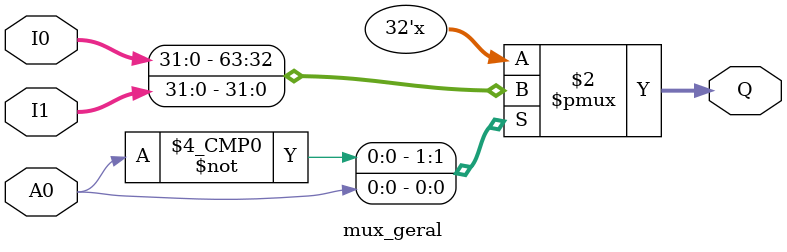
<source format=v>
/*MUX para U13, U14, U17, e U21*/

module mux_geral (
    input wire [31:0] I0, I1, //duas entradas de 32bits
    input wire A0, //slecionador da saida
    output reg [31:0] Q//saida
);

    always @ (*)
    case (A0)
        0 : Q <= I0;
        1 : Q <= I1;
    endcase
endmodule

</source>
